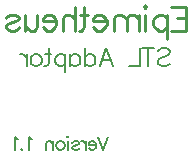
<source format=gbo>
G04*
G04 #@! TF.GenerationSoftware,Altium Limited,Altium Designer,23.4.1 (23)*
G04*
G04 Layer_Color=65280*
%FSLAX25Y25*%
%MOIN*%
G70*
G04*
G04 #@! TF.SameCoordinates,994BBBC9-EF8B-4D44-965E-D27BE21E36CE*
G04*
G04*
G04 #@! TF.FilePolarity,Positive*
G04*
G01*
G75*
%ADD22C,0.00800*%
%ADD23C,0.01000*%
D22*
X220701Y201441D02*
X221272Y202013D01*
X222129Y202298D01*
X223272D01*
X224129Y202013D01*
X224700Y201441D01*
Y200870D01*
X224414Y200299D01*
X224129Y200013D01*
X223557Y199727D01*
X221844Y199156D01*
X221272Y198871D01*
X220987Y198585D01*
X220701Y198013D01*
Y197157D01*
X221272Y196585D01*
X222129Y196300D01*
X223272D01*
X224129Y196585D01*
X224700Y197157D01*
X217359Y202298D02*
Y196300D01*
X219358Y202298D02*
X215359D01*
X214645D02*
Y196300D01*
X211217D01*
X201276D02*
X203562Y202298D01*
X205847Y196300D01*
X204990Y198299D02*
X202133D01*
X196449Y202298D02*
Y196300D01*
Y199442D02*
X197020Y200013D01*
X197591Y200299D01*
X198449D01*
X199020Y200013D01*
X199591Y199442D01*
X199877Y198585D01*
Y198013D01*
X199591Y197157D01*
X199020Y196585D01*
X198449Y196300D01*
X197591D01*
X197020Y196585D01*
X196449Y197157D01*
X191421Y200299D02*
Y196300D01*
Y199442D02*
X191993Y200013D01*
X192564Y200299D01*
X193421D01*
X193992Y200013D01*
X194564Y199442D01*
X194849Y198585D01*
Y198013D01*
X194564Y197157D01*
X193992Y196585D01*
X193421Y196300D01*
X192564D01*
X191993Y196585D01*
X191421Y197157D01*
X189822Y200299D02*
Y194300D01*
Y199442D02*
X189251Y200013D01*
X188679Y200299D01*
X187822D01*
X187251Y200013D01*
X186680Y199442D01*
X186394Y198585D01*
Y198013D01*
X186680Y197157D01*
X187251Y196585D01*
X187822Y196300D01*
X188679D01*
X189251Y196585D01*
X189822Y197157D01*
X184251Y202298D02*
Y197442D01*
X183966Y196585D01*
X183395Y196300D01*
X182823D01*
X185108Y200299D02*
X183109D01*
X180538D02*
X181109Y200013D01*
X181681Y199442D01*
X181966Y198585D01*
Y198013D01*
X181681Y197157D01*
X181109Y196585D01*
X180538Y196300D01*
X179681D01*
X179110Y196585D01*
X178539Y197157D01*
X178253Y198013D01*
Y198585D01*
X178539Y199442D01*
X179110Y200013D01*
X179681Y200299D01*
X180538D01*
X176939D02*
Y196300D01*
Y198585D02*
X176653Y199442D01*
X176082Y200013D01*
X175511Y200299D01*
X174654D01*
X204200Y172799D02*
X202486Y168300D01*
X200772Y172799D02*
X202486Y168300D01*
X200194Y170014D02*
X197623D01*
Y170442D01*
X197837Y170871D01*
X198051Y171085D01*
X198480Y171299D01*
X199123D01*
X199551Y171085D01*
X199979Y170657D01*
X200194Y170014D01*
Y169585D01*
X199979Y168943D01*
X199551Y168514D01*
X199123Y168300D01*
X198480D01*
X198051Y168514D01*
X197623Y168943D01*
X196659Y171299D02*
Y168300D01*
Y170014D02*
X196444Y170657D01*
X196016Y171085D01*
X195588Y171299D01*
X194945D01*
X192181Y170657D02*
X192395Y171085D01*
X193038Y171299D01*
X193681D01*
X194324Y171085D01*
X194538Y170657D01*
X194324Y170228D01*
X193895Y170014D01*
X192824Y169800D01*
X192395Y169585D01*
X192181Y169157D01*
Y168943D01*
X192395Y168514D01*
X193038Y168300D01*
X193681D01*
X194324Y168514D01*
X194538Y168943D01*
X190810Y172799D02*
X190596Y172585D01*
X190382Y172799D01*
X190596Y173013D01*
X190810Y172799D01*
X190596Y171299D02*
Y168300D01*
X188518Y171299D02*
X188946Y171085D01*
X189375Y170657D01*
X189589Y170014D01*
Y169585D01*
X189375Y168943D01*
X188946Y168514D01*
X188518Y168300D01*
X187875D01*
X187446Y168514D01*
X187018Y168943D01*
X186804Y169585D01*
Y170014D01*
X187018Y170657D01*
X187446Y171085D01*
X187875Y171299D01*
X188518D01*
X185818D02*
Y168300D01*
Y170442D02*
X185176Y171085D01*
X184747Y171299D01*
X184104D01*
X183676Y171085D01*
X183462Y170442D01*
Y168300D01*
X178748Y171942D02*
X178320Y172156D01*
X177677Y172799D01*
Y168300D01*
X175235Y168728D02*
X175449Y168514D01*
X175235Y168300D01*
X175021Y168514D01*
X175235Y168728D01*
X174035Y171942D02*
X173607Y172156D01*
X172964Y172799D01*
Y168300D01*
D23*
X225049Y216164D02*
X230000D01*
Y208166D01*
X225049D01*
X230000Y212356D02*
X226953D01*
X223716Y213498D02*
Y205500D01*
Y212356D02*
X222954Y213117D01*
X222192Y213498D01*
X221049D01*
X220288Y213117D01*
X219526Y212356D01*
X219145Y211213D01*
Y210451D01*
X219526Y209309D01*
X220288Y208547D01*
X221049Y208166D01*
X222192D01*
X222954Y208547D01*
X223716Y209309D01*
X216670Y216164D02*
X216289Y215784D01*
X215908Y216164D01*
X216289Y216545D01*
X216670Y216164D01*
X216289Y213498D02*
Y208166D01*
X214498Y213498D02*
Y208166D01*
Y211975D02*
X213356Y213117D01*
X212594Y213498D01*
X211452D01*
X210690Y213117D01*
X210309Y211975D01*
Y208166D01*
Y211975D02*
X209166Y213117D01*
X208405Y213498D01*
X207262D01*
X206500Y213117D01*
X206119Y211975D01*
Y208166D01*
X203606Y211213D02*
X199035D01*
Y211975D01*
X199416Y212737D01*
X199797Y213117D01*
X200559Y213498D01*
X201701D01*
X202463Y213117D01*
X203225Y212356D01*
X203606Y211213D01*
Y210451D01*
X203225Y209309D01*
X202463Y208547D01*
X201701Y208166D01*
X200559D01*
X199797Y208547D01*
X199035Y209309D01*
X196179Y216164D02*
Y209690D01*
X195798Y208547D01*
X195036Y208166D01*
X194274D01*
X197321Y213498D02*
X194655D01*
X193132Y216164D02*
Y208166D01*
Y211975D02*
X191989Y213117D01*
X191227Y213498D01*
X190085D01*
X189323Y213117D01*
X188942Y211975D01*
Y208166D01*
X186847Y211213D02*
X182277D01*
Y211975D01*
X182658Y212737D01*
X183039Y213117D01*
X183800Y213498D01*
X184943D01*
X185705Y213117D01*
X186467Y212356D01*
X186847Y211213D01*
Y210451D01*
X186467Y209309D01*
X185705Y208547D01*
X184943Y208166D01*
X183800D01*
X183039Y208547D01*
X182277Y209309D01*
X180563Y213498D02*
Y209690D01*
X180182Y208547D01*
X179420Y208166D01*
X178278D01*
X177516Y208547D01*
X176373Y209690D01*
Y213498D02*
Y208166D01*
X170089Y212356D02*
X170470Y213117D01*
X171613Y213498D01*
X172755D01*
X173898Y213117D01*
X174279Y212356D01*
X173898Y211594D01*
X173136Y211213D01*
X171232Y210832D01*
X170470Y210451D01*
X170089Y209690D01*
Y209309D01*
X170470Y208547D01*
X171613Y208166D01*
X172755D01*
X173898Y208547D01*
X174279Y209309D01*
M02*

</source>
